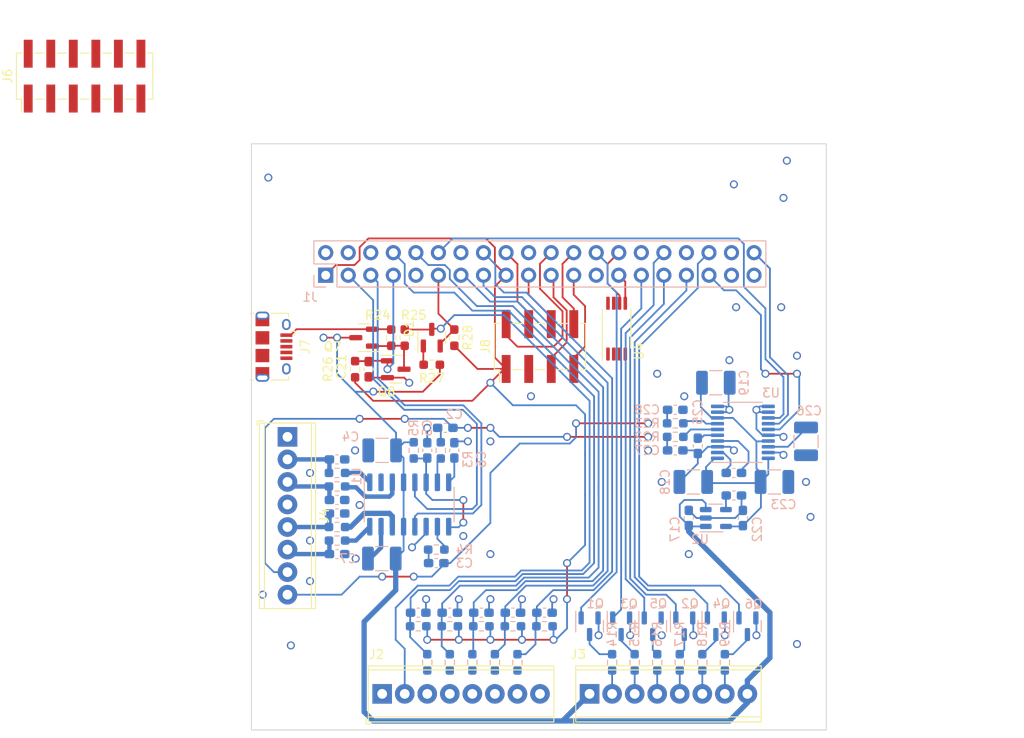
<source format=kicad_pcb>
(kicad_pcb (version 20211014) (generator pcbnew)
  (title_block (date "15 nov 2012"))
  (layers (0 "F.Cu" signal) (31 "B.Cu" signal) (34 "B.Paste" user) (35 "F.Paste" user) (36 "B.SilkS" user "B.Silkscreen") (37 "F.SilkS" user "F.Silkscreen") (38 "B.Mask" user) (39 "F.Mask" user) (44 "Edge.Cuts" user))
  (net 0 "")
  (net 1 "GND")
  (net 2 "/SPK_L+")
  (net 3 "/SPK_L-")
  (net 4 "/SPK_R-")
  (net 5 "/SPK_R+")
  (net 6 "/ID_SDA")
  (net 7 "/ID_SCL")
  (net 8 "/GPIO12")
  (net 9 "/GPIO13")
  (net 10 "/GPIO16")
  (net 11 "/GPIO22")
  (net 12 "/GPIO[26]")
  (net 13 "/GPIO[20]{slash}PCM.DIN")
  (net 14 "+5V")
  (net 15 "+3V3")
  (net 16 "/INL")
  (net 17 "/INL1")
  (net 18 "/INR")
  (net 19 "/INR1")
  (net 20 "/AVDD")
  (net 21 "Net-(C6-Pad1)")
  (net 22 "/LOUT+")
  (net 23 "/LOUT-")
  (net 24 "/ROUT-")
  (net 25 "/ROUT+")
  (net 26 "/Button_1")
  (net 27 "/Button_2")
  (net 28 "/Button_3")
  (net 29 "/Button_4")
  (net 30 "/Button_5")
  (net 31 "/Button_6")
  (net 32 "/LED_1")
  (net 35 "/Power_Cut")
  (net 38 "/Trigger")
  (net 40 "/RST")
  (net 41 "/IRQ")
  (net 42 "/MISO")
  (net 43 "/MOSI")
  (net 44 "/SCK")
  (net 45 "/SDA")
  (net 46 "/INL2")
  (net 47 "/INR2")
  (net 48 "+3.3VA")
  (net 49 "Net-(C20-Pad2)")
  (net 50 "Net-(C24-Pad1)")
  (net 51 "Net-(C24-Pad2)")
  (net 52 "Net-(C25-Pad1)")
  (net 53 "Net-(C26-Pad1)")
  (net 54 "/LED_2")
  (net 55 "/LED_3")
  (net 56 "/LED_4")
  (net 57 "/LED_5")
  (net 58 "/LED_6")
  (net 59 "/OUTL")
  (net 60 "/OUTR")
  (net 61 "/GPIO18")
  (net 62 "/GPIO21")
  (net 63 "/GPIO19")
  (net 64 "/GPIO23")
  (net 65 "/GPIO27")
  (net 66 "/GPIO2")
  (net 67 "/GPIO3")
  (net 68 "/GPIO5")
  (net 69 "/GPIO6")
  (net 70 "/GPIO14")
  (net 71 "/GPIO15")
  (net 72 "/GPIO7")
  (net 73 "Net-(Q1-Pad3)")
  (net 74 "Net-(Q2-Pad3)")
  (net 75 "Net-(Q3-Pad3)")
  (net 76 "Net-(Q4-Pad3)")
  (net 77 "Net-(Q5-Pad3)")
  (net 78 "Net-(Q6-Pad3)")
  (net 83 "/GPIO4_PowerOff")
  (net 87 "/GPIO17_Trigger")
  (net 88 "/VBUS")
  (net 89 "/Q7_G")
  (net 90 "Net-(R27-Pad1)")
  (footprint "Resistor_SMD:R_0603_1608Metric_Pad0.98x0.95mm_HandSolder" (layer "F.Cu") (at 111.684 59.36 -90)
    (fp_text reference "R26")
    (fp_text value "1k")
  )
  (footprint "MountingHole:MountingHole_2.7mm_M2.5" (layer "F.Cu") (at 161.5 47.5)
    (fp_text reference "MH2" hide)
    (fp_text value "MountingHole_2.7mm_M2.5" hide)
  )
  (footprint "Package_SO:TSSOP-8_4.4x3mm_P0.65mm" (layer "F.Cu") (at 141.148 54.788 90)
    (fp_text reference "U4")
    (fp_text value "CAT24C128")
  )
  (footprint "Connector_PinHeader_2.54mm:PinHeader_2x06_P2.54mm_Vertical_SMD" (layer "F.Cu") (at 81.204 26.34 90)
    (fp_text reference "J6")
    (fp_text value "Conn_02x06_Odd_Even")
  )
  (footprint "Resistor_SMD:R_0603_1608Metric_Pad0.98x0.95mm_HandSolder" (layer "F.Cu") (at 117.272 55.804 -90)
    (fp_text reference "R25")
    (fp_text value "10k")
  )
  (footprint "Package_TO_SOT_SMD:SOT-23" (layer "F.Cu") (at 116.256 59.36)
    (fp_text reference "Q8")
    (fp_text value "2N7002")
  )
  (footprint "Resistor_SMD:R_0603_1608Metric_Pad0.98x0.95mm_HandSolder" (layer "F.Cu") (at 120.32 58.852)
    (fp_text reference "R27")
    (fp_text value "1k")
  )
  (footprint "MountingHole:MountingHole_2.7mm_M2.5" (layer "F.Cu") (at 103.5 96.5)
    (fp_text reference "MH3" hide)
    (fp_text value "MountingHole_2.7mm_M2.5" hide)
  )
  (footprint "Capacitor_SMD:C_0603_1608Metric_Pad1.08x0.95mm_HandSolder" (layer "F.Cu") (at 113.208 59.36 -90)
    (fp_text reference "C21")
    (fp_text value "4u7")
  )
  (footprint "MountingHole:MountingHole_2.7mm_M2.5" (layer "F.Cu") (at 103.5 47.5)
    (fp_text reference "MH1" hide)
    (fp_text value "MountingHole_2.7mm_M2.5" hide)
  )
  (footprint "Resistor_SMD:R_0603_1608Metric_Pad0.98x0.95mm_HandSolder" (layer "F.Cu") (at 122.86 55.804 -90)
    (fp_text reference "R28")
    (fp_text value "1k")
  )
  (footprint "TerminalBlock_Phoenix:TerminalBlock_Phoenix_MPT-0,5-8-2.54_1x08_P2.54mm_Horizontal" (layer "F.Cu") (at 104.064 66.98 -90)
    (fp_text reference "J4")
    (fp_text value "Screw_Terminal_01x08")
  )
  (footprint "Connector_USB:USB_Micro-B_Amphenol_10118194_Horizontal" (layer "F.Cu") (at 102.54 56.82 -90)
    (fp_text reference "J7")
    (fp_text value "USB_B_Micro")
  )
  (footprint "MountingHole:MountingHole_2.7mm_M2.5" (layer "F.Cu") (at 161.5 96.5)
    (fp_text reference "MH4" hide)
    (fp_text value "MountingHole_2.7mm_M2.5" hide)
  )
  (footprint "Package_TO_SOT_SMD:SOT-23" (layer "F.Cu") (at 120.32 55.804 90)
    (fp_text reference "D1")
    (fp_text value "BAT54C")
  )
  (footprint "Resistor_SMD:R_0603_1608Metric_Pad0.98x0.95mm_HandSolder" (layer "F.Cu") (at 115.748 55.804 90)
    (fp_text reference "R24")
    (fp_text value "100k")
  )
  (footprint "Package_TO_SOT_SMD:SOT-23" (layer "F.Cu") (at 112.7 55.804 180)
    (fp_text reference "Q7")
    (fp_text value "AO3401A")
  )
  (footprint "Connector_PinHeader_2.54mm:PinHeader_2x04_P2.54mm_Vertical_SMD" (layer "F.Cu") (at 132.512 56.805 90)
    (fp_text reference "J8")
    (fp_text value "Conn_02x04_Odd_Even")
  )
  (footprint "TerminalBlock_Phoenix:TerminalBlock_Phoenix_MPT-0,5-8-2.54_1x08_P2.54mm_Horizontal" (layer "F.Cu") (at 114.732 95.936)
    (fp_text reference "J2")
    (fp_text value "Screw_Terminal_01x08")
  )
  (footprint "TerminalBlock_Phoenix:TerminalBlock_Phoenix_MPT-0,5-8-2.54_1x08_P2.54mm_Horizontal" (layer "F.Cu") (at 138.1 95.936)
    (fp_text reference "J3")
    (fp_text value "Screw_Terminal_01x08")
  )
  (footprint "Connector_PinSocket_2.54mm:PinSocket_2x20_P2.54mm_Vertical" (layer "B.Cu") (at 108.37 48.77 -90)
    (fp_text reference "J1")
    (fp_text value "GPIO")
  )
  (footprint "Capacitor_SMD:C_0603_1608Metric_Pad1.08x0.95mm_HandSolder" (layer "B.Cu") (at 122.86 68.504 90)
    (fp_text reference "C6")
    (fp_text value "1u")
  )
  (footprint "Capacitor_SMD:C_0603_1608Metric_Pad1.08x0.95mm_HandSolder" (layer "B.Cu") (at 147.752 68.504 180)
    (fp_text reference "C27")
    (fp_text value "2n2")
  )
  (footprint "Resistor_SMD:R_0603_1608Metric_Pad0.98x0.95mm_HandSolder" (layer "B.Cu") (at 129.972 92.38 -90)
    (fp_text reference "R21" hide)
    (fp_text value "100")
  )
  (footprint "Package_TO_SOT_SMD:SOT-23" (layer "B.Cu") (at 141.656 88.316 -90)
    (fp_text reference "Q3")
    (fp_text value "2N7002")
  )
  (footprint "Capacitor_SMD:C_0603_1608Metric_Pad1.08x0.95mm_HandSolder" (layer "B.Cu") (at 109.652 75.616)
    (fp_text reference "C12" hide)
    (fp_text value "220p")
  )
  (footprint "Capacitor_SMD:C_0603_1608Metric_Pad1.08x0.95mm_HandSolder" (layer "B.Cu") (at 119.812 68.504 -90)
    (fp_text reference "C5")
    (fp_text value "1u")
  )
  (footprint "Resistor_SMD:R_0603_1608Metric_Pad0.98x0.95mm_HandSolder" (layer "B.Cu") (at 109.652 78.664 180)
    (fp_text reference "FB4" hide)
    (fp_text value "FerriteBead_Small" hide)
  )
  (footprint "Capacitor_SMD:C_1210_3225Metric_Pad1.33x2.70mm_HandSolder" (layer "B.Cu") (at 152.324 60.884)
    (fp_text reference "C19")
    (fp_text value "10u")
  )
  (footprint "Package_TO_SOT_SMD:SOT-23" (layer "B.Cu") (at 155.88 88.316 -90)
    (fp_text reference "Q6")
    (fp_text value "2N7002")
  )
  (footprint "Resistor_SMD:R_0603_1608Metric_Pad0.98x0.95mm_HandSolder" (layer "B.Cu") (at 153.34 92.38 -90)
    (fp_text reference "R19")
    (fp_text value "100")
  )
  (footprint "Resistor_SMD:R_0603_1608Metric_Pad0.98x0.95mm_HandSolder" (layer "B.Cu") (at 129.464 88.316)
    (fp_text reference "R12" hide)
    (fp_text value "10k")
  )
  (footprint "Resistor_SMD:R_0603_1608Metric_Pad0.98x0.95mm_HandSolder" (layer "B.Cu") (at 109.652 72.568 180)
    (fp_text reference "FB2" hide)
    (fp_text value "FerriteBead_Small" hide)
  )
  (footprint "Resistor_SMD:R_0603_1608Metric_Pad0.98x0.95mm_HandSolder" (layer "B.Cu") (at 145.72 92.38 -90)
    (fp_text reference "R16")
    (fp_text value "100")
  )
  (footprint "Resistor_SMD:R_0603_1608Metric_Pad0.98x0.95mm_HandSolder" (layer "B.Cu") (at 133.02 88.316)
    (fp_text reference "R20" hide)
    (fp_text value "10k")
  )
  (footprint "Package_SO:TSSOP-20_4.4x6.5mm_P0.65mm" (layer "B.Cu") (at 155.372 66.472)
    (fp_text reference "U3")
    (fp_text value "PCM5102")
  )
  (footprint "Capacitor_SMD:C_0603_1608Metric_Pad1.08x0.95mm_HandSolder" (layer "B.Cu") (at 149.276 76.124 -90)
    (fp_text reference "C17")
    (fp_text value "100n")
  )
  (footprint "Package_TO_SOT_SMD:SOT-23" (layer "B.Cu") (at 148.768 88.316 -90)
    (fp_text reference "Q2")
    (fp_text value "2N7002")
  )
  (footprint "Package_TO_SOT_SMD:SOT-23" (layer "B.Cu") (at 145.212 88.316 -90)
    (fp_text reference "Q5")
    (fp_text value "2N7002")
  )
  (footprint "Capacitor_SMD:C_1210_3225Metric_Pad1.33x2.70mm_HandSolder" (layer "B.Cu") (at 158.928 72.06)
    (fp_text reference "C23")
    (fp_text value "10u")
  )
  (footprint "Package_SO:SOP-16_3.9x9.9mm_P1.27mm" (layer "B.Cu") (at 117.78 74.6 -90)
    (fp_text reference "U1")
    (fp_text value "PAM8406")
  )
  (footprint "Capacitor_SMD:C_1210_3225Metric_Pad1.33x2.70mm_HandSolder" (layer "B.Cu") (at 149.784 72.06 180)
    (fp_text reference "C18")
    (fp_text value "10u")
  )
  (footprint "Resistor_SMD:R_0603_1608Metric_Pad0.98x0.95mm_HandSolder" (layer "B.Cu") (at 118.796 88.316)
    (fp_text reference "R6" hide)
    (fp_text value "10k")
  )
  (footprint "Capacitor_SMD:C_0603_1608Metric_Pad1.08x0.95mm_HandSolder" (layer "B.Cu") (at 125.908 86.792)
    (fp_text reference "C14" hide)
    (fp_text value "1n")
  )
  (footprint "Package_TO_SOT_SMD:SOT-23-5" (layer "B.Cu") (at 152.324 76.124)
    (fp_text reference "U2")
    (fp_text value "TPS79333-EP")
  )
  (footprint "Capacitor_SMD:C_0603_1608Metric_Pad1.08x0.95mm_HandSolder" (layer "B.Cu") (at 122.352 86.792)
    (fp_text reference "C9" hide)
    (fp_text value "1n")
  )
  (footprint "Capacitor_SMD:C_0603_1608Metric_Pad1.08x0.95mm_HandSolder" (layer "B.Cu") (at 155.372 76.124 -90)
    (fp_text reference "C22")
    (fp_text value "100n")
  )
  (footprint "Resistor_SMD:R_0603_1608Metric_Pad0.98x0.95mm_HandSolder" (layer "B.Cu") (at 109.652 71.044 180)
    (fp_text reference "FB1" hide)
    (fp_text value "FerriteBead_Small" hide)
  )
  (footprint "Capacitor_SMD:C_0603_1608Metric_Pad1.08x0.95mm_HandSolder" (layer "B.Cu") (at 150.292 67.996 -90)
    (fp_text reference "C25")
    (fp_text value "2u2")
  )
  (footprint "Resistor_SMD:R_0603_1608Metric_Pad0.98x0.95mm_HandSolder" (layer "B.Cu") (at 124.892 92.38 -90)
    (fp_text reference "R11" hide)
    (fp_text value "100")
  )
  (footprint "Capacitor_SMD:C_0603_1608Metric_Pad1.08x0.95mm_HandSolder" (layer "B.Cu") (at 154.356 73.584 180)
    (fp_text reference "C20" hide)
    (fp_text value "100n")
  )
  (footprint "Resistor_SMD:R_0603_1608Metric_Pad0.98x0.95mm_HandSolder" (layer "B.Cu") (at 140.64 92.38 -90)
    (fp_text reference "R14")
    (fp_text value "100")
  )
  (footprint "Capacitor_SMD:C_1210_3225Metric_Pad1.33x2.70mm_HandSolder" (layer "B.Cu") (at 114.732 68.504 180)
    (fp_text reference "C4")
    (fp_text value "10u")
  )
  (footprint "Resistor_SMD:R_0603_1608Metric_Pad0.98x0.95mm_HandSolder" (layer "B.Cu") (at 147.752 66.98 180)
    (fp_text reference "R22")
    (fp_text value "470")
  )
  (footprint "Capacitor_SMD:C_0603_1608Metric_Pad1.08x0.95mm_HandSolder" (layer "B.Cu") (at 121.844 65.964 180)
    (fp_text reference "C2")
    (fp_text value "1u")
  )
  (footprint "Capacitor_SMD:C_0603_1608Metric_Pad1.08x0.95mm_HandSolder" (layer "B.Cu") (at 129.464 86.792)
    (fp_text reference "C15" hide)
    (fp_text value "1n")
  )
  (footprint "Resistor_SMD:R_0603_1608Metric_Pad0.98x0.95mm_HandSolder" (layer "B.Cu") (at 122.352 92.38 -90)
    (fp_text reference "R9" hide)
    (fp_text value "100")
  )
  (footprint "Resistor_SMD:R_0603_1608Metric_Pad0.98x0.95mm_HandSolder" (layer "B.Cu") (at 143.18 92.38 -90)
    (fp_text reference "R15")
    (fp_text value "100")
  )
  (footprint "Resistor_SMD:R_0603_1608Metric_Pad0.98x0.95mm_HandSolder" (layer "B.Cu") (at 125.908 88.316)
    (fp_text reference "R10" hide)
    (fp_text value "10k")
  )
  (footprint "Capacitor_SMD:C_0603_1608Metric_Pad1.08x0.95mm_HandSolder" (layer "B.Cu") (at 109.652 74.092)
    (fp_text reference "C11" hide)
    (fp_text value "220p")
  )
  (footprint "Resistor_SMD:R_0603_1608Metric_Pad0.98x0.95mm_HandSolder" (layer "B.Cu") (at 121.336 68.504 -90)
    (fp_text reference "R3")
    (fp_text value "10k")
  )
  (footprint "Capacitor_SMD:C_0603_1608Metric_Pad1.08x0.95mm_HandSolder" (layer "B.Cu") (at 109.652 69.52)
    (fp_text reference "C10" hide)
    (fp_text value "220p")
  )
  (footprint "Package_TO_SOT_SMD:SOT-23" (layer "B.Cu") (at 138.1 88.316 -90)
    (fp_text reference "Q1")
    (fp_text value "2N7002")
  )
  (footprint "Resistor_SMD:R_0603_1608Metric_Pad0.98x0.95mm_HandSolder" (layer "B.Cu") (at 150.8 92.38 -90)
    (fp_text reference "R18")
    (fp_text value "100")
  )
  (footprint "Resistor_SMD:R_0603_1608Metric_Pad0.98x0.95mm_HandSolder" (layer "B.Cu") (at 119.812 92.38 -90)
    (fp_text reference "R7" hide)
    (fp_text value "100")
  )
  (footprint "Resistor_SMD:R_0603_1608Metric_Pad0.98x0.95mm_HandSolder" (layer "B.Cu") (at 148.26 92.38 -90)
    (fp_text reference "R17")
    (fp_text value "100")
  )
  (footprint "Capacitor_SMD:C_0603_1608Metric_Pad1.08x0.95mm_HandSolder" (layer "B.Cu") (at 118.796 86.792)
    (fp_text reference "C8" hide)
    (fp_text value "1n")
  )
  (footprint "Capacitor_SMD:C_0603_1608Metric_Pad1.08x0.95mm_HandSolder" (layer "B.Cu") (at 133.02 86.792)
    (fp_text reference "C16" hide)
    (fp_text value "1n")
  )
  (footprint "Package_TO_SOT_SMD:SOT-23" (layer "B.Cu") (at 152.324 88.316 -90)
    (fp_text reference "Q4")
    (fp_text value "2N7002")
  )
  (footprint "Capacitor_SMD:C_0603_1608Metric_Pad1.08x0.95mm_HandSolder" (layer "B.Cu") (at 120.828 81.204 180)
    (fp_text reference "C3")
    (fp_text value "1u")
  )
  (footprint "Resistor_SMD:R_0603_1608Metric_Pad0.98x0.95mm_HandSolder" (layer "B.Cu") (at 122.352 88.316)
    (fp_text reference "R8" hide)
    (fp_text value "10k")
  )
  (footprint "Capacitor_SMD:C_0603_1608Metric_Pad1.08x0.95mm_HandSolder" (layer "B.Cu") (at 154.356 71.044)
    (fp_text reference "C24" hide)
    (fp_text value "2u2")
  )
  (footprint "Capacitor_SMD:C_1210_3225Metric_Pad1.33x2.70mm_HandSolder" (layer "B.Cu") (at 114.6935 80.696 180)
    (fp_text reference "C7")
    (fp_text value "10u")
  )
  (footprint "Capacitor_SMD:C_0603_1608Metric_Pad1.08x0.95mm_HandSolder" (layer "B.Cu") (at 109.652 80.188)
    (fp_text reference "C13" hide)
    (fp_text value "220p")
  )
  (footprint "Resistor_SMD:R_0603_1608Metric_Pad0.98x0.95mm_HandSolder" (layer "B.Cu") (at 127.432 92.38 -90)
    (fp_text reference "R13" hide)
    (fp_text value "100")
  )
  (footprint "Resistor_SMD:R_0603_1608Metric_Pad0.98x0.95mm_HandSolder" (layer "B.Cu") (at 118.288 68.504 90)
    (fp_text reference "R5")
    (fp_text value "10")
  )
  (footprint "Capacitor_SMD:C_1210_3225Metric_Pad1.33x2.70mm_HandSolder" (layer "B.Cu") (at 162.484 67.488 -90)
    (fp_text reference "C26")
    (fp_text value "10u")
  )
  (footprint "Resistor_SMD:R_0603_1608Metric_Pad0.98x0.95mm_HandSolder" (layer "B.Cu") (at 147.752 65.456 180)
    (fp_text reference "R23")
    (fp_text value "470")
  )
  (footprint "Capacitor_SMD:C_0603_1608Metric_Pad1.08x0.95mm_HandSolder" (layer "B.Cu") (at 147.752 63.932)
    (fp_text reference "C28")
    (fp_text value "2n2")
  )
  (footprint "Resistor_SMD:R_0603_1608Metric_Pad0.98x0.95mm_HandSolder" (layer "B.Cu") (at 109.652 77.14 180)
    (fp_text reference "FB3" hide)
    (fp_text value "FerriteBead_Small" hide)
  )
  (footprint "Resistor_SMD:R_0603_1608Metric_Pad0.98x0.95mm_HandSolder" (layer "B.Cu") (at 120.828 79.68)
    (fp_text reference "R4")
    (fp_text value "10k")
  )
  (gr_line (start 164.77 33.96) (end 100 33.96) (layer "Edge.Cuts") (width 0.1))
  (gr_line (start 164.77 100) (end 164.77 33.96) (layer "Edge.Cuts") (width 0.1))
  (gr_line (start 100 33.96) (end 100 100) (layer "Edge.Cuts") (width 0.1))
  (gr_line (start 100 100) (end 164.77 100) (layer "Edge.Cuts") (width 0.1))
  (segment (start 117.206 60.31) (end 117.78 60.884) (width 0.2) (layer "F.Cu") (net 1))
  (segment (start 115.3185 60.31) (end 117.206 60.31) (width 0.2) (layer "F.Cu") (net 1))
  (segment (start 115.3185 60.31) (end 113.2955 60.31) (width 0.2) (layer "F.Cu") (net 1))
  (segment (start 113.2955 60.31) (end 113.208 60.2225) (width 0.2) (layer "F.Cu") (net 1))
  (via (at 153.848 58.344) (size 0.9) (drill 0.6) (layers "F.Cu" "B.Cu") (net 1))
  (via (at 111.7475 80.696) (size 0.9) (drill 0.6) (layers "F.Cu" "B.Cu") (net 1))
  (via (at 101.905 37.77) (size 0.9) (drill 0.6) (layers "F.Cu" "B.Cu") (net 1))
  (via (at 118.0975 79.426) (size 0.9) (drill 0.6) (layers "F.Cu" "B.Cu") (net 1))
  (via (at 146.228 72.06) (size 0.9) (drill 0.6) (layers "F.Cu" "B.Cu") (net 1))
  (via (at 153.34 89.332) (size 0.9) (drill 0.6) (layers "F.Cu" "B.Cu") (net 1))
  (via (at 126.924 85.268) (size 0.9) (drill 0.6) (layers "F.Cu" "B.Cu") (net 1))
  (via (at 156.896 89.332) (size 0.9) (drill 0.6) (layers "F.Cu" "B.Cu") (net 1))
  (via (at 126.924 80.188) (size 0.9) (drill 0.6) (layers "F.Cu" "B.Cu") (net 1))
  (via (at 112.192 74.657529) (size 0.9) (drill 0.6) (layers "F.Cu" "B.Cu") (net 1))
  (via (at 142.672 89.332) (size 0.9) (drill 0.6) (layers "F.Cu" "B.Cu") (net 1))
  (via (at 126.924 67.488) (size 0.9) (drill 0.6) (layers "F.Cu" "B.Cu") (net 1))
  (via (at 106.604 83.236) (size 0.9) (drill 0.6) (layers "F.Cu" "B.Cu") (net 1))
  (via (at 153.848 63.932) (size 0.9) (drill 0.6) (layers "F.Cu" "B.Cu") (net 1))
  (via (at 117.78 60.884) (size 0.9) (drill 0.6) (layers "F.Cu" "B.Cu") (net 1))
  (via (at 130.48 85.268) (size 0.9) (drill 0.6) (layers "F.Cu" "B.Cu") (net 1))
  (via (at 119.812 65.964) (size 0.9) (drill 0.6) (layers "F.Cu" "B.Cu") (net 1))
  (via (at 139.116 89.332) (size 0.9) (drill 0.6) (layers "F.Cu" "B.Cu") (net 1))
  (via (at 159.69 52.375) (size 0.9) (drill 0.6) (layers "F.Cu" "B.Cu") (net 1))
  (via (at 106.604 78.664) (size 0.9) (drill 0.6) (layers "F.Cu" "B.Cu") (net 1))
  (via (at 156.896 63.932) (size 0.9) (drill 0.6) (layers "F.Cu" "B.Cu") (net 1))
  (via (at 154.356 68.504) (size 0.9) (drill 0.6) (layers "F.Cu" "B.Cu") (net 1))
  (via (at 148.768 62.408) (size 0.9) (drill 0.6) (layers "F.Cu" "B.Cu") (net 1))
  (via (at 131.496 62.408) (size 0.9) (drill 0.6) (layers "F.Cu" "B.Cu") (net 1))
  (via (at 161.468 57.836) (size 0.9) (drill 0.6) (layers "F.Cu" "B.Cu") (net 1))
  (via (at 134.036 85.268) (size 0.9) (drill 0.6) (layers "F.Cu" "B.Cu") (net 1))
  (via (at 123.368 85.268) (size 0.9) (drill 0.6) (layers "F.Cu" "B.Cu") (net 1))
  (via (at 104.445 90.475) (size 0.9) (drill 0.6) (layers "F.Cu" "B.Cu") (net 1))
  (via (at 111.684 68.504) (size 0.9) (drill 0.6) (layers "F.Cu" "B.Cu") (net 1))
  (via (at 146.228 89.332) (size 0.9) (drill 0.6) (layers "F.Cu" "B.Cu") (net 1))
  (via (at 154.356 38.532) (size 0.9) (drill 0.6) (layers "F.Cu" "B.Cu") (net 1))
  (via (at 159.944 69.012) (size 0.9) (drill 0.6) (layers "F.Cu" "B.Cu") (net 1))
  (via (at 106.604 71.044) (size 0.9) (drill 0.6) (layers "F.Cu" "B.Cu") (net 1))
  (via (at 159.944 66.98) (size 0.9) (drill 0.6) (layers "F.Cu" "B.Cu") (net 1))
  (via (at 160.325 35.865) (size 0.9) (drill 0.6) (layers "F.Cu" "B.Cu") (net 1))
  (via (at 123.876 78.156) (size 0.9) (drill 0.6) (layers "F.Cu" "B.Cu") (net 1))
  (via (at 101.27 84.76) (size 0.9) (drill 0.6) (layers "F.Cu" "B.Cu") (net 1))
  (via (at 149.276 80.188) (size 0.9) (drill 0.6) (layers "F.Cu" "B.Cu") (net 1))
  (via (at 145.72 59.868) (size 0.9) (drill 0.6) (layers "F.Cu" "B.Cu") (net 1))
  (via (at 119.685 85.268) (size 0.9) (drill 0.6) (layers "F.Cu" "B.Cu") (net 1))
  (via (at 162.992 75.997) (size 0.9) (drill 0.6) (layers "F.Cu" "B.Cu") (net 1))
  (via (at 124.384 67.488) (size 0.9) (drill 0.6) (layers "F.Cu" "B.Cu") (net 1))
  (via (at 149.784 89.332) (size 0.9) (drill 0.6) (layers "F.Cu" "B.Cu") (net 1))
  (via (at 154.61 52.375) (size 0.9) (drill 0.6) (layers "F.Cu" "B.Cu") (net 1))
  (via (at 161.468 90.3245) (size 0.9) (drill 0.6) (layers "F.Cu" "B.Cu") (net 1))
  (via (at 159.944 40.056) (size 0.9) (drill 0.6) (layers "F.Cu" "B.Cu") (net 1))
  (via (at 162.484 72.06) (size 0.9) (drill 0.6) (layers "F.Cu" "B.Cu") (net 1))
  (segment (start 150.0645 69.012) (end 150.292 69.2395) (width 0.2) (layer "B.Cu") (net 1))
  (segment (start 130.3265 86.792) (end 130.3265 85.4215) (width 0.2) (layer "B.Cu") (net 1))
  (segment (start 133.8825 86.792) (end 133.8825 85.4215) (width 0.2) (layer "B.Cu") (net 1))
  (segment (start 151.1865 76.124) (end 150.1385 76.124) (width 0.2) (layer "B.Cu") (net 1))
  (segment (start 154.5095 76.124) (end 155.372 75.2615) (width 0.2) (layer "B.Cu") (net 1))
  (segment (start 157.581315 66.797) (end 158.2345 66.797) (width 0.2) (layer "B.Cu") (net 1))
  (segment (start 153.848 63.932) (end 153.7595 63.8435) (width 0.2) (layer "B.Cu") (net 1))
  (segment (start 142.672 87.4445) (end 142.606 87.3785) (width 0.2) (layer "B.Cu") (net 1))
  (segment (start 149.9375 68.504) (end 150.292 68.8585) (width 0.2) (layer "B.Cu") (net 1))
  (segment (start 153.583 64.197) (end 152.5095 64.197) (width 0.2) (layer "B.Cu") (net 1))
  (segment (start 153.848 63.932) (end 153.583 64.197) (width 0.2) (layer "B.Cu") (net 1))
  (segment (start 153.848 63.932) (end 153.463 63.547) (width 0.2) (layer "B.Cu") (net 1))
  (segment (start 149.784 87.4445) (end 149.718 87.3785) (width 0.2) (layer "B.Cu") (net 1))
  (segment (start 159.944 66.98) (end 159.761 66.797) (width 0.2) (layer "B.Cu") (net 1))
  (segment (start 156.896 63.932) (end 156.896 66.111685) (width 0.2) (layer "B.Cu") (net 1))
  (segment (start 153.463 63.547) (end 152.5095 63.547) (width 0.2) (layer "B.Cu") (net 1))
  (segment (start 151.4345 68.097) (end 150.292 69.2395) (width 0.2) (layer "B.Cu") (net 1))
  (segment (start 123.2145 85.4215) (end 123.368 85.268) (width 0.2) (layer "B.Cu") (net 1))
  (segment (start 126.7705 86.792) (end 126.7705 85.4215) (width 0.2) (layer "B.Cu") (net 1))
  (segment (start 152.5095 68.097) (end 151.4345 68.097) (width 0.2) (layer "B.Cu") (net 1))
  (segment (start 123.2145 86.792) (end 123.2145 85.4215) (width 0.2) (layer "B.Cu") (net 1))
  (segment (start 153.7595 63.8435) (end 153.7595 60.757) (width 0.2) (layer "B.Cu") (net 1))
  (segment (start 119.6585 85.2945) (end 119.685 85.268) (width 0.2) (layer "B.Cu") (net 1))
  (segment (start 155.2185 73.584) (end 155.2185 75.108) (width 0.2) (layer "B.Cu") (net 1))
  (segment (start 123.0135 67.488) (end 122.86 67.6415) (width 0.2) (layer "B.Cu") (net 1))
  (segment (start 156.896 89.332) (end 156.896 87.4445) (width 0.2) (layer "B.Cu") (net 1))
  (segment (start 159.761 66.797) (end 158.2345 66.797) (width 0.2) (layer "B.Cu") (net 1))
  (segment (start 149.784 89.332) (end 149.784 87.4445) (width 0.2) (layer "B.Cu") (net 1))
  (segment (start 150.292 69.2395) (end 150.292 69.9895) (width 0.2) (layer "B.Cu") (net 1))
  (segment (start 119.685 77.8385) (end 118.0975 79.426) (width 0.2) (layer "B.Cu") (net 1))
  (segment (start 139.116 87.4445) (end 139.05 87.3785) (width 0.2) (layer "B.Cu") (net 1))
  (segment (start 133.8825 85.4215) (end 134.036 85.268) (width 0.2) (layer "B.Cu") (net 1))
  (segment (start 124.384 67.488) (end 123.0135 67.488) (width 0.2) (layer "B.Cu") (net 1))
  (segment (start 153.34 89.332) (end 153.34 87.4445) (width 0.2) (layer "B.Cu") (net 1))
  (segment (start 155.2185 75.108) (end 155.372 75.2615) (width 0.2) (layer "B.Cu") (net 1))
  (segment (start 159.944 69.012) (end 159.679 68.747) (width 0.2) (layer "B.Cu") (net 1))
  (segment (start 157.161 64.197) (end 158.2345 64.197) (width 0.2) (layer "B.Cu") (net 1))
  (segment (start 153.949 68.097) (end 152.5095 68.097) (width 0.2) (layer "B.Cu") (net 1))
  (segment (start 148.6145 68.504) (end 149.9375 68.504) (width 0.2) (layer "B.Cu") (net 1))
  (segment (start 130.3265 85.4215) (end 130.48 85.268) (width 0.2) (layer "B.Cu") (net 1))
  (segment (start 156.896 66.111685) (end 157.581315 66.797) (width 0.2) (layer "B.Cu") (net 1))
  (segment (start 119.685 77.1635) (end 119.685 77.8385) (width 0.2) (layer "B.Cu") (net 1))
  (segment (start 154.356 68.504) (end 153.949 68.097) (width 0.2) (layer "B.Cu") (net 1))
  (segment (start 114.605 77.1635) (end 114.605 79.451) (width 0.5) (layer "B.Cu") (net 1))
  (segment (start 153.34 87.4445) (end 153.274 87.3785) (width 0.2) (layer "B.Cu") (net 1))
  (segment (start 114.605 79.451) (end 113.36 80.696) (width 0.5) (layer "B.Cu") (net 1))
  (segment (start 159.679 68.747) (end 158.2345 68.747) (width 0.2) (layer "B.Cu") (net 1))
  (segment (start 156.896 87.4445) (end 156.83 87.3785) (width 0.2) (layer "B.Cu") (net 1))
  (segment (start 150.1385 76.124) (end 149.276 75.2615) (width 0.2) (layer "B.Cu") (net 1))
  (segment (start 139.116 89.332) (end 139.116 87.4445) (width 0.2) (layer "B.Cu") (net 1))
  (segment (start 142.672 89.332) (end 142.672 87.4445) (width 0.2) (layer "B.Cu") (net 1))
  (segment (start 126.7705 85.4215) (end 126.924 85.268) (width 0.2) (layer "B.Cu") (net 1))
  (segment (start 104.572 74.092) (end 104.064 73.584) (width 0.2) (layer "B.Cu") (net 1))
  (segment (start 157.281 63.547) (end 158.2345 63.547) (width 0.2) (layer "B.Cu") (net 1))
  (segment (start 119.812 67.6415) (end 119.812 65.964) (width 0.2) (layer "B.Cu") (net 1))
  (segment (start 156.896 63.932) (end 157.281 63.547) (width 0.2) (layer "B.Cu") (net 1))
  (segment (start 156.896 63.932) (end 157.161 64.197) (width 0.2) (layer "B.Cu") (net 1))
  (segment (start 150.292 69.9895) (end 148.0945 72.187) (width 0.2) (layer "B.Cu") (net 1))
  (segment (start 151.1865 76.124) (end 154.5095 76.124) (width 0.2) (layer "B.Cu") (net 1))
  (segment (start 119.6585 86.792) (end 119.6585 85.2945) (width 0.2) (layer "B.Cu") (net 1))
  (segment (start 108.7895 69.52) (end 104.064 69.52) (width 0.5) (layer "B.Cu") (net 2))
  (segment (start 108.7895 69.52) (end 108.7895 70.994) (width 0.5) (layer "B.Cu") (net 2))
  (segment (start 108.7895 70.994) (end 108.7395 71.044) (width 0.5) (layer "B.Cu") (net 2))
  (segment (start 108.7895 74.092) (end 108.7895 72.618) (width 0.5) (layer "B.Cu") (net 3))
  (segment (start 108.7395 72.568) (end 104.572 72.568) (width 0.5) (layer "B.Cu") (net 3))
  (segment (start 104.572 72.568) (end 104.064 72.06) (width 0.5) (layer "B.Cu") (net 3))
  (segment (start 108.7895 77.09) (end 108.7395 77.14) (width 0.5) (layer "B.Cu") (net 4))
  (segment (start 108.7395 77.14) (end 104.064 77.14) (width 0.5) (layer "B.Cu") (net 4))
  (segment (start 108.7895 75.616) (end 108.7895 77.09) (width 0.5) (layer "B.Cu") (net 4))
  (segment (start 104.572 80.188) (end 108.7895 80.188) (width 0.5) (layer "B.Cu") (net 5))
  (segment (start 108.7895 78.714) (end 108.7395 78.664) (width 0.5) (layer "B.Cu") (net 5))
  (segment (start 104.064 79.68) (end 104.572 80.188) (width 0.5) (layer "B.Cu") (net 5))
  (segment (start 108.7895 80.188) (end 108.7895 78.714) (width 0.5) (layer "B.Cu") (net 5))
  (segment (start 142.123 51.9255) (end 142.123 49.503) (width 0.2) (layer "F.Cu") (net 6))
  (segment (start 142.123 49.503) (end 141.39 48.77) (width 0.2) (layer "F.Cu") (net 6))
  (segment (start 141.473 51.049) (end 140.132 49.708) (width 0.2) (layer "F.Cu") (net 7))
  (segment (start 141.473 51.9255) (end 141.473 51.049) (width 0.2) (layer "F.Cu") (net 7))
  (segment (start 140.132 47.488) (end 141.39 46.23) (width 0.2) (layer "F.Cu") (net 7))
  (segment (start 140.132 49.708) (end 140.132 47.488) (width 0.2) (layer "F.Cu") (net 7))
  (segment (start 142.164 83.010843) (end 142.164 55.296) (width 0.2) (layer "B.Cu") (net 8))
  (segment (start 144.262 87.3785) (end 144.262 85.108843) (width 0.2) (layer "B.Cu") (net 8))
  (segment (start 142.164 55.296) (end 145.32 52.14) (width 0.2) (layer "B.Cu") (net 8))
  (segment (start 144.262 85.108843) (end 142.164 83.010843) (width 0.2) (layer "B.Cu") (net 8))
  (segment (start 145.32 52.14) (end 145.32 47.38) (width 0.2) (layer "B.Cu") (net 8))
  (segment (start 145.32 47.38) (end 146.47 46.23) (width 0.2) (layer "B.Cu") (net 8))
  (segment (start 144.646314 84.252) (end 143.18 82.785686) (width 0.2) (layer "B.Cu") (net 9))
  (segment (start 149.01 50.482) (end 149.01 48.77) (width 0.2) (layer "B.Cu") (net 9))
  (segment (start 149.85 84.252) (end 144.646314 84.252) (width 0.2) (layer "B.Cu") (net 9))
  (segment (start 143.18 82.785686) (end 143.18 56.312) (width 0.2) (layer "B.Cu") (net 9))
  (segment (start 143.18 56.312) (end 149.01 50.482) (width 0.2) (layer "B.Cu") (net 9))
  (segment (start 151.374 85.776) (end 149.85 84.252) (width 0.2) (layer "B.Cu") (net 9))
  (segment (start 151.374 87.3785) (end 151.374 85.776) (width 0.2) (layer "B.Cu") (net 9))
  (segment (start 144.704 83.744) (end 143.688 82.728) (width 0.2) (layer "B.Cu") (net 10))
  (segment (start 150.292 50.216) (end 150.292 47.488) (width 0.2) (layer "B.Cu") (net 10))
  (segment (start 154.93 85.842) (end 152.832 83.744) (width 0.2) (layer "B.Cu") (net 10))
  (segment (start 152.832 83.744) (end 144.704 83.744) (width 0.2) (layer "B.Cu") (net 10))
  (segment (start 154.93 87.3785) (end 154.93 85.842) (width 0.2) (layer "B.Cu") (net 10))
  (segment (start 143.688 82.728) (end 143.688 56.82) (width 0.2) (layer "B.Cu") (net 10))
  (segment (start 150.292 47.488) (end 151.55 46.23) (width 0.2) (layer "B.Cu") (net 10))
  (segment (start 143.688 56.82) (end 150.292 50.216) (width 0.2) (layer "B.Cu") (net 10))
  (segment (start 127.432 51.232) (end 126.15 49.95) (width 0.2) (layer "B.Cu") (net 11))
  (segment (start 128.5515 88.316) (end 128.5515 90.348) (width 0.2) (layer "B.Cu") (net 11))
  (segment (start 140.132 60.884) (end 130.48 51.232) (width 0.2) (layer "B.Cu") (net 11))
  (segment (start 130.48 51.232) (end 127.432 51.232) (width 0.2) (layer "B.Cu") (net 11))
  (segment (start 128.5515 86.842) (end 128.6015 86.792) (width 0.2) (layer "B.Cu") (net 11))
  (segment (start 128.5515 88.316) (end 128.5515 86.842) (width 0.2) (layer "B.Cu") (net 11))
  (segment (start 138.492628 83.744) (end 140.132 82.104628) (width 0.2) (layer "B.Cu") (net 11))
  (segment (start 128.5515 90.348) (end 127.432 91.4675) (width 0.2) (layer "B.Cu") (net 11))
  (segment (start 128.6015 86.085839) (end 130.943339 83.744) (width 0.2) (layer "B.Cu") (net 11))
  (segment (start 130.943339 83.744) (end 138.492628 83.744) (width 0.2) (layer "B.Cu") (net 11))
  (segment (start 140.132 82.104628) (end 140.132 60.884) (width 0.2) (layer "B.Cu") (net 11))
  (segment (start 128.6015 86.792) (end 128.6015 86.085839) (width 0.2) (layer "B.Cu") (net 11))
  (segment (start 126.15 49.95) (end 126.15 48.77) (width 0.2) (layer "B.Cu") (net 11))
  (segment (start 119.304 61.9) (end 113.759954 61.9) (width 0.2) (layer "F.Cu") (net 14))
  (segment (start 109.652 55.804) (end 108.128 55.804) (width 0.2) (layer "F.Cu") (net 14))
  (segment (start 121.2325 58.852) (end 121.2325 59.9715) (width 0.2) (layer "F.Cu") (net 14))
  (segment (start 121.2325 59.9715) (end 119.304 61.9) (width 0.2) (layer "F.Cu") (net 14))
  (segment (start 113.759954 61.9) (end 113.737977 61.878023) (width 0.2) (layer "F.Cu") (net 14))
  (segment (start 111.7625 55.804) (end 109.652 55.804) (width 0.2) (layer "F.Cu") (net 14))
  (via (at 108.128 55.804) (size 0.9) (drill 0.6) (layers "F.Cu" "B.Cu") (net 14))
  (via (at 113.737977 61.878023) (size 0.9) (drill 0.6) (layers "F.Cu" "B.Cu") (net 14))
  (via (at 144.704 68.504) (size 0.9) (drill 0.6) (layers "F.Cu" "B.Cu") (net 14))
  (via (at 109.652 55.804) (size 0.9) (drill 0.6) (layers "F.Cu" "B.Cu") (net 14))
  (segment (start 118.288 67.5915) (end 117.207 67.5915) (width 0.2) (layer "B.Cu") (net 14))
  (segment (start 151.1865 77.074) (end 149.3635 77.074) (width 0.2) (layer "B.Cu") (net 14))
  (segment (start 151.1865 74.4785) (end 150.8 74.092) (width 0.2) (layer "B.Cu") (net 14))
  (segment (start 158.42 86.792) (end 149.276 77.648) (width 0.6) (layer "B.Cu") (net 14))
  (segment (start 111.684 61.9) (end 109.652 59.868) (width 0.2) (layer "B.Cu") (net 14))
  (segment (start 116.256 80.696) (end 116.256 84.252) (width 0.6) (layer "B.Cu") (net 14))
  (segment (start 151.1865 75.174) (end 151.1865 74.4785) (width 0.2) (layer "B.Cu") (net 14))
  (segment (start 148.768 74.092) (end 148.26 74.6) (width 0.2) (layer "B.Cu") (net 14))
  (segment (start 116.256 84.252) (end 112.7 87.808) (width 0.6) (layer "B.Cu") (net 14))
  (segment (start 117.145 77.1) (end 117.145 72.1) (width 0.2) (layer "B.Cu") (net 14))
  (segment (start 149.276 77.648) (end 149.276 76.9865) (width 0.6) (layer "B.Cu") (net 14))
  (segment (start 155.88 96.952) (end 155.88 95.936) (width 0.6) (layer "B.Cu") (net 14))
  (segment (start 148.26 75.9705) (end 149.276 76.9865) (width 0.2) (layer "B.Cu") (net 14))
  (segment (start 113.737977 61.878023) (end 113.716 61.9) (width 0.2) (layer "B.Cu") (net 14))
  (segment (start 148.26 74.6) (end 148.26 75.9705) (width 0.2) (layer "B.Cu") (net 14))
  (segment (start 116.2945 66.5105) (end 111.938 62.154) (width 0.2) (layer "B.Cu") (net 14))
  (segment (start 116.2945 68.504) (end 116.2945 66.5105) (width 0.2) (layer "B.Cu") (net 14))
  (segment (start 113.716 98.984) (end 135.052 98.984) (width 0.6) (layer "B.Cu") (net 14))
  (segment (start 117.145 69.3545) (end 116.2945 68.504) (width 0.2) (layer "B.Cu") (net 14))
  (segment (start 135.052 98.984) (end 138.1 95.936) (width 0.6) (layer "B.Cu") (net 14))
  (segment (start 158.42 91.872) (end 158.42 86.792) (width 0.6) (layer "B.Cu") (net 14))
  (segment (start 113.716 61.9) (end 111.684 61.9) (width 0.2) (layer "B.Cu") (net 14))
  (segment (start 112.7 87.808) (end 112.7 97.968) (width 0.6) (layer "B.Cu") (net 14))
  (segment (start 109.652 59.868) (end 109.652 55.804) (width 0.2) (layer "B.Cu") (net 14))
  (segment (start 155.88 95.936) (end 155.88 94.412) (width 0.6) (layer "B.Cu") (net 14))
  (segment (start 117.145 72.1) (end 117.145 69.3545) (width 0.2) (layer "B.Cu") (net 14))
  (segment (start 155.88 94.412) (end 158.42 91.872) (width 0.6) (layer "B.Cu") (net 14))
  (segment (start 135.052 98.984) (end 153.848 98.984) (width 0.6) (layer "B.Cu") (net 14))
  (segment (start 150.8 74.092) (end 148.768 74.092) (width 0.2) (layer "B.Cu") (net 14))
  (segment (start 111.938 62.154) (end 111.684 61.9) (width 0.2) (layer "B.Cu") (net 14))
  (segment (start 112.7 97.968) (end 113.716 98.984) (width 0.6) (layer "B.Cu") (net 14))
  (segment (start 117.207 67.5915) (end 116.2945 68.504) (width 0.2) (layer "B.Cu") (net 14))
  (segment (start 117.145 79.807) (end 116.256 80.696) (width 0.2) (layer "B.Cu") (net 14))
  (segment (start 117.145 77.1) (end 117.145 79.807) (width 0.2) (layer "B.Cu") (net 14))
  (segment (start 153.848 98.984) (end 155.88 96.952) (width 0.6) (layer "B.Cu") (net 14))
  (segment (start 149.3635 77.074) (end 149.276 76.9865) (width 0.2) (layer "B.Cu") (net 14))
  (segment (start 134.036 89.84) (end 130.48 89.84) (width 0.2) (layer "F.Cu") (net 15))
  (segment (start 109.52 47.62) (end 108.37 48.77) (width 0.2) (layer "F.Cu") (net 15))
  (segment (start 127.432 50.028) (end 128.69 48.77) (width 0.2) (layer "F.Cu") (net 15))
  (segment (start 135.56 85.268) (end 135.56 81.204) (width 0.2) (layer "F.Cu") (net 15))
  (segment (start 127.432 58.06) (end 128.702 59.33) (width 0.2) (layer "F.Cu") (net 15))
  (segment (start 126.416 44.628) (end 113.185654 44.628) (width 0.2) (layer "F.Cu") (net 15))
  (segment (start 111.628 47.62) (end 109.52 47.62) (width 0.2) (layer "F.Cu") (net 15))
  (segment (start 125.4735 59.33) (end 128.702 59.33) (width 0.2) (layer "F.Cu") (net 15))
  (segment (start 126.924 60.884) (end 128.478 59.33) (width 0.2) (layer "F.Cu") (net 15))
  (segment (start 130.48 89.84) (end 126.924 89.84) (width 0.2) (layer "F.Cu") (net 15))
  (segment (start 113.185654 44.628) (end 112.192 45.621654) (width 0.2) (layer "F.Cu") (net 15))
  (segment (start 123.368 89.84) (end 119.812 89.84) (width 0.2) (layer "F.Cu") (net 15))
  (segment (start 111.684 60.2725) (end 111.684 60.884) (width 0.2) (layer "F.Cu") (net 15))
  (segment (start 122.86 56.7165) (end 125.4735 59.33) (width 0.2) (layer "F.Cu") (net 15))
  (segment (start 111.684 60.884) (end 113.716 62.916) (width 0.2) (layer "F.Cu") (net 15))
  (segment (start 128.69 48.77) (end 127.432 47.512) (width 0.2) (layer "F.Cu") (net 15))
  (segment (start 127.432 45.644) (end 126.416 44.628) (width 0.2) (layer "F.Cu") (net 15))
  (segment (start 127.432 47.512) (end 127.432 45.644) (width 0.2) (layer "F.Cu") (net 15))
  (segment (start 126.924 89.84) (end 123.368 89.84) (width 0.2) (layer "F.Cu") (net 15))
  (segment (start 127.432 58.06) (end 127.432 50.028) (width 0.2) (layer "F.Cu") (net 15))
  (segment (start 112.192 45.621654) (end 112.192 47.056) (width 0.2) (layer "F.Cu") (net 15))
  (segment (start 128.478 59.33) (end 128.702 59.33) (width 0.2) (layer "F.Cu") (net 15))
  (segment (start 124.892 62.916) (end 126.924 60.884) (width 0.2) (layer "F.Cu") (net 15))
  (segment (start 112.192 47.056) (end 111.628 47.62) (width 0.2) (layer "F.Cu") (net 15))
  (segment (start 113.716 62.916) (end 124.892 62.916) (width 0.2) (layer "F.Cu") (net 15))
  (via (at 123.368 89.84) (size 0.9) (drill 0.6) (layers "F.Cu" "B.Cu") (net 15))
  (via (at 134.036 89.84) (size 0.9) (drill 0.6) (layers "F.Cu" "B.Cu") (net 15))
  (via (at 135.56 85.268) (size 0.9) (drill 0.6) (layers "F.Cu" "B.Cu") (net 15))
  (via (at 130.48 89.84) (size 0.9) (drill 0.6) (layers "F.Cu" "B.Cu") (net 15))
  (via (at 119.812 89.84) (size 0.9) (drill 0.6) (layers "F.Cu" "B.Cu") (net 15))
  (via (at 126.924 89.84) (size 0.9) (drill 0.6) (layers "F.Cu" "B.Cu") (net 15))
  (via (at 135.56 81.204) (size 0.9) (drill 0.6) (layers "F.Cu" "B.Cu") (net 15))
  (via (at 126.924 60.884) (size 0.9) (drill 0.6) (layers "F.Cu" "B.Cu") (net 15))
  (segment (start 134.036 89.84) (end 134.036 88.4195) (width 0.2) (layer "B.Cu") (net 15))
  (segment (start 126.924 89.84) (end 126.924 88.4195) (width 0.2) (layer "B.Cu") (net 15))
  (segment (start 134.036 89.84) (end 134.29 89.84) (width 0.2) (layer "B.Cu") (net 15))
  (segment (start 135.56 88.57) (end 135.56 85.268) (width 0.2) (layer "B.Cu") (net 15))
  (segment (start 119.812 88.4195) (end 119.7085 88.316) (width 0.2) (layer "B.Cu") (net 15))
  (segment (start 130.48 89.84) (end 130.48 88.4195) (width 0.2) (layer "B.Cu") (net 15))
  (segment (start 129.972 63.424) (end 129.464 63.424) (width 0.2) (layer "B.Cu") (net 15))
  (segment (start 123.368 88.4195) (end 123.2645 88.316) (width 0.2) (layer "B.Cu") (net 15))
  (segment (start 130.48 88.4195) (end 130.3765 88.316) (width 0.2) (layer "B.Cu") (net 15))
  (segment (start 137.592 69.012) (end 137.592 64.44) (width 0.2) (layer "B.Cu") (net 15))
  (segment (start 129.464 63.424) (end 126.924 60.884) (width 0.2) (layer "B.Cu") (net 15))
  (segment (start 133.9325 89.7365) (end 134.036 89.84) (width 0.2) (layer "B.Cu") (net 15))
  (segment (start 123.368 89.84) (end 123.368 88.4195) (width 0.2) (layer "B.Cu") (net 15))
  (segment (start 135.56 81.204) (end 137.592 79.172) (width 0.2) (layer "B.Cu") (net 15))
  (segment (start 137.592 73.584) (end 137.592 69.012) (width 0.2) (layer "B.Cu") (net 15))
  (segment (start 134.036 88.4195) (end 133.9325 88.316) (width 0.2) (layer "B.Cu") (net 15))
  (segment (start 126.924 88.4195) (end 126.8205 88.316) (width 0.2) (layer "B.Cu") (net 15))
  (segment (start 134.29 89.84) (end 135.56 88.57) (width 0.2) (layer "B.Cu") (net 15))
  (segment (start 136.576 63.424) (end 129.972 63.424) (width 0.2) (layer "B.Cu") (net 15))
  (segment (start 137.592 79.172) (end 137.592 73.584) (width 0.2) (layer "B.Cu") (net 15))
  (segment (start 137.592 64.44) (end 136.576 63.424) (width 0.2) (layer "B.Cu") (net 15))
  (segment (start 119.812 89.84) (end 119.812 88.4195) (width 0.2) (layer "B.Cu") (net 15))
  (segment (start 117.272 64.948) (end 112.192 64.948) (width 0.2) (layer "F.Cu") (net 16))
  (segment (start 126.924 65.964) (end 124.384 65.964) (width 0.2) (layer "F.Cu") (net 16))
  (segment (start 144.704 66.98) (end 135.56 66.98) (width 0.2) (layer "F.Cu") (net 16))
  (via (at 126.924 65.964) (size 0.9) (drill 0.6) (layers "F.Cu" "B.Cu") (net 16))
  (via (at 124.384 65.964) (size 0.9) (drill 0.6) (layers "F.Cu" "B.Cu") (net 16))
  (via (at 135.56 66.98) (size 0.9) (drill 0.6) (layers "F.Cu" "B.Cu") (net 16))
  (via (at 112.192 64.948) (size 0.9) (drill 0.6) (layers "F.Cu" "B.Cu") (net 16))
  (via (at 144.704 66.98) (size 0.9) (drill 0.6) (layers "F.Cu" "B.Cu") (net 16))
  (via (at 117.272 64.948) (size 0.9) (drill 0.6) (layers "F.Cu" "B.Cu") (net 16))
  (segment (start 104.572 81.712) (end 104.064 81.204) (width 0.2) (layer "B.Cu") (net 16))
  (segment (start 101.524 81.204) (end 102.54 82.22) (width 0.2) (layer "B.Cu") (net 16))
  (segment (start 135.56 66.98) (end 127.94 66.98) (width 0.2) (layer "B.Cu") (net 16))
  (segment (start 121.6905 64.948) (end 122.7065 65.964) (width 0.2) (layer "B.Cu") (net 16))
  (segment (start 124.384 65.964) (end 122.7065 65.964) (width 0.2) (layer "B.Cu") (net 16))
  (segment (start 146.8395 66.98) (end 146.8395 68.454) (width 0.2) (layer "B.Cu") (net 16))
  (segment (start 127.94 66.98) (end 126.924 65.964) (width 0.2) (layer "B.Cu") (net 16))
  (segment (start 102.54 64.948) (end 101.524 65.964) (width 0.2) (layer "B.Cu") (net 16))
  (segment (start 146.8395 68.454) (end 146.8895 68.504) (width 0.2) (layer "B.Cu") (net 16))
  (segment (start 102.54 82.22) (end 104.064 82.22) (width 0.2) (layer "B.Cu") (net 16))
  (segment (start 101.524 65.964) (end 101.524 81.204) (width 0.2) (layer "B.Cu") (net 16))
  (segment (start 117.272 64.948) (end 121.6905 64.948) (width 0.2) (layer "B.Cu") (net 16))
  (segment (start 112.192 64.948) (end 102.54 64.948) (width 0.2) (layer "B.Cu") (net 16))
  (segment (start 121.336 66.3185) (end 120.9815 65.964) (width 0.2) (layer "B.Cu") (net 17))
  (segment (start 121.336 67.5915) (end 121.336 66.3185) (width 0.2) (layer "B.Cu") (net 17))
  (segment (start 144.704 65.456) (end 136.576 65.456) (width 0.2) (layer "F.Cu") (net 18))
  (segment (start 118.288 82.728) (end 114.732 82.728) (width 0.2) (layer "F.Cu") (net 18))
  (via (at 118.288 82.728) (size 0.9) (drill 0.6) (layers "F.Cu" "B.Cu") (net 18))
  (via (at 136.576 65.456) (size 0.9) (drill 0.6) (layers "F.Cu" "B.Cu") (net 18))
  (via (at 114.732 82.728) (size 0.9) (drill 0.6) (layers "F.Cu" "B.Cu") (net 18))
  (via (at 144.704 65.456) (size 0.9) (drill 0.6) (layers "F.Cu" "B.Cu") (net 18))
  (segment (start 146.8395 63.982) (end 146.8895 63.932) (width 0.2) (layer "B.Cu") (net 18))
  (segment (start 112.192 82.728) (end 110.16 84.76) (width 0.2) (layer "B.Cu") (net 18))
  (segment (start 135.870661 67.73) (end 130.238 67.73) (width 0.2) (layer "B.Cu") (net 18))
  (segment (start 120.32 82.728) (end 118.288 82.728) (width 0.2) (layer "B.Cu") (net 18))
  (segment (start 121.6905 81.3575) (end 121.6905 81.204) (width 0.2) (layer "B.Cu") (net 18))
  (segment (start 122.396661 81.204) (end 121.6905 81.204) (width 0.2) (layer "B.Cu") (net 18))
  (segment (start 114.732 82.728) (end 112.192 82.728) (width 0.2) (layer "B.Cu") (net 18))
  (segment (start 136.576 67.024661) (end 135.870661 67.73) (width 0.2) (layer "B.Cu") (net 18))
  (segment (start 126.924 76.676661) (end 122.396661 81.204) (width 0.2) (layer "B.Cu") (net 18))
  (segment (start 136.576 65.456) (end 136.576 67.024661) (width 0.2) (layer "B.Cu") (net 18))
  (segment (start 130.238 67.73) (end 126.924 71.044) (width 0.2) (layer "B.Cu") (net 18))
  (segment (start 126.924 71.044) (end 126.924 76.676661) (width 0.2) (layer "B.Cu") (net 18))
  (segment (start 120.32 82.728) (end 121.6905 81.3575) (width 0.2) (layer "B.Cu") (net 18))
  (segment (start 110.16 84.76) (end 104.064 84.76) (width 0.2) (layer "B.Cu") (net 18))
  (segment (start 146.8395 65.456) (end 146.8395 63.982) (width 0.2) (layer "B.Cu") (net 18))
  (segment (start 119.9655 79.73) (end 119.9155 79.68) (width 0.2) (layer "B.Cu") (net 19))
  (segment (start 119.9655 81.204) (end 119.9655 79.73) (width 0.2) (layer "B.Cu") (net 19))
  (segment (start 123.876 74.092) (end 123.876 76.632) (width 0.2) (layer "F.Cu") (net 20))
  (via (at 123.876 76.632) (size 0.9) (drill 0.6) (layers "F.Cu" "B.Cu") (net 20))
  (via (at 123.876 74.092) (size 0.9) (drill 0.6) (layers "F.Cu" "B.Cu") (net 20))
  (segment (start 119.685 73.3935) (end 119.685 72.1635) (width 0.2) (layer "B.Cu") (net 20))
  (segment (start 119.685 69.4935) (end 119.812 69.3665) (width 0.2) (layer "B.Cu") (net 20))
  (segment (start 120.3835 74.092) (end 119.685 73.3935) (width 0.2) (layer "B.Cu") (net 20))
  (segment (start 118.288 69.4165) (end 119.762 69.4165) (width 0.2) (layer "B.Cu") (net 20))
  (segment (start 123.876 76.632) (end 123.3445 77.1635) (width 0.2) (layer "B.Cu") (net 20))
  (segment (start 123.3445 77.1635) (end 122.225 77.1635) (width 0.2) (layer "B.Cu") (net 20))
  (segment (start 123.876 74.092) (end 120.3835 74.092) (width 0.2) (layer "B.Cu") (net 20))
  (segment (start 119.685 72.1) (end 119.685 69.4935) (width 0.2) (layer "B.Cu") (net 20))
  (segment (start 119.762 69.4165) (end 119.812 69.3665) (width 0.2) (layer "B.Cu") (net 20))
  (segment (start 122.86 69.3665) (end 122.86 71.465) (width 0.2) (layer "B.Cu") (net 21))
  (segment (start 122.86 71.465) (end 122.225 72.1) (width 0.2) (layer "B.Cu") (net 21))
  (segment (start 112.279 71.044) (end 113.335 72.1) (width 0.5) (layer "B.Cu") (net 22))
  (segment (start 110.5645 71.044) (end 112.279 71.044) (width 0.5) (layer "B.Cu") (net 22))
  (segment (start 115.875 72.1635) (end 115.875 73.3935) (width 0.5) (layer "B.Cu") (net 23))
  (segment (start 115.875 73.3935) (end 115.5575 73.711) (width 0.5) (layer "B.Cu") (net 23))
  (segment (start 112.827 73.711) (end 111.776 72.66) (width 0.5) (layer "B.Cu") (net 23))
  (segment (start 115.5575 73.711) (end 112.827 73.711) (width 0.5) (layer "B.Cu") (net 23))
  (segment (start 111.776 72.66) (end 110.5645 72.66) (width 0.5) (layer "B.Cu") (net 23))
  (segment (start 112.716 75.6) (end 111.176 77.14) (width 0.6) (layer "B.Cu") (net 24))
  (segment (start 115.875 77.1635) (end 115.875 75.9335) (width 0.6) (layer "B.Cu") (net 24))
  (segment (start 111.176 77.14) (end 110.5645 77.14) (width 0.6) (layer "B.Cu") (net 24))
  (segment (start 115.875 75.9335) (end 115.5415 75.6) (width 0.6) (layer "B.Cu") (net 24))
  (segment (start 115.5415 75.6) (end 112.716 75.6) (width 0.6) (layer "B.Cu") (net 24))
  (segment (start 110.5645 78.664) (end 111.771 78.664) (width 0.5) (layer "B.Cu") (net 25))
  (segment (start 111.771 78.664) (end 113.335 77.1) (width 0.5) (layer "B.Cu") (net 25))
  (segment (start 117.272 54.8915) (end 120.295 54.8915) (width 0.2) (layer "F.Cu") (net 26))
  (segment (start 120.3985 54.788) (end 120.32 54.8665) (width 0.2) (layer "F.Cu") (net 26))
  (segment (start 120.295 54.8915) (end 120.32 54.8665) (width 0.2) (layer "F.Cu") (net 26))
  (segment (start 121.336 54.788) (end 120.3985 54.788) (width 0.2) (layer "F.Cu") (net 26))
  (via (at 121.336 54.788) (size 0.9) (drill 0.6) (layers "F.Cu" "B.Cu") (net 26))
  (segment (start 116.256 89.84) (end 116.256 86.226315) (width 0.2) (layer "B.Cu") (net 26))
  (segment (start 129.696597 82.728) (end 130.388598 82.036) (width 0.2) (layer "B.Cu") (net 26))
  (segment (start 122.86 53.264) (end 121.336 54.788) (width 0.2) (layer "B.Cu") (net 26))
  (segment (start 116.256 86.226315) (end 118.738315 83.744) (width 0.2) (layer "B.Cu") (net 26))
  (segment (start 138.1 81.146314) (end 138.1 62.916) (width 0.2) (layer "B.Cu") (net 26))
  (segment (start 137.210314 82.036) (end 138.1 81.146314) (width 0.2) (layer "B.Cu") (net 26))
  (segment (start 117.272 95.936) (end 117.272 90.856) (width 0.2) (layer "B.Cu") (net 26))
  (segment (start 123.310314 82.728) (end 129.696597 82.728) (width 0.2) (layer "B.Cu") (net 26))
  (segment (start 128.448 53.264) (end 122.86 53.264) (width 0.2) (layer "B.Cu") (net 26))
  (segment (start 130.388598 82.036) (end 137.210314 82.036) (width 0.2) (layer "B.Cu") (net 26))
  (segment (start 117.272 90.856) (end 116.256 89.84) (width 0.2) (layer "B.Cu") (net 26))
  (segment (start 138.1 62.916) (end 128.448 53.264) (width 0.2) (layer "B.Cu") (net 26))
  (segment (start 118.738315 83.744) (end 122.294314 83.744) (width 0.2) (layer "B.Cu") (net 26))
  (segment (start 122.294314 83.744) (end 123.310314 82.728) (width 0.2) (layer "B.Cu") (net 26))
  (segment (start 140.64 95.936) (end 140.64 93.2925) (width 0.2) (layer "B.Cu") (net 32))
  (segment (start 135.052 55.804) (end 135.052 52.835029) (width 0.2) (layer "F.Cu") (net 40))
  (segment (start 132.512 50.295029) (end 132.512 47.488) (width 0.2) (layer "F.Cu") (net 40))
  (segment (start 128.702 55.55) (end 129.972 56.82) (width 0.2) (layer "F.Cu") (net 40))
  (segment (start 134.036 56.82) (end 135.052 55.804) (width 0.2) (layer "F.Cu") (net 40))
  (segment (start 135.052 52.835029) (end 132.512 50.295029) (width 0.2) (layer "F.Cu") (net 40))
  (segment (start 132.512 47.488) (end 133.77 46.23) (width 0.2) (layer "F.Cu") (net 40))
  (segment (start 128.702 54.28) (end 128.702 55.55) (width 0.2) (layer "F.Cu") (net 40))
  (segment (start 129.972 56.82) (end 134.036 56.82) (width 0.2) (layer "F.Cu") (net 40))
  (segment (start 129.972 51.74) (end 129.972 47.512) (width 0.2) (layer "F.Cu") (net 41))
  (segment (start 131.242 54.28) (end 131.242 52.995) (width 0.2) (layer "F.Cu") (net 41))
  (segment (start 131.242 52.995) (end 129.972 51.725) (width 0.2) (layer "F.Cu") (net 41))
  (segment (start 129.972 47.512) (end 128.69 46.23) (width 0.2) (layer "F.Cu") (net 41))
  (segment (start 135.522 56.3425) (end 135.522 52.739343) (width 0.2) (layer "F.Cu") (net 42))
  (segment (start 135.522 52.739343) (end 134.036 51.253343) (width 0.2) (layer "F.Cu") (net 42))
  (segment (start 133.782 58.0825) (end 135.522 56.3425) (width 0.2) (layer "F.Cu") (net 42))
  (segment (start 133.782 59.33) (end 133.782 58.0825) (width 0.2) (layer "F.Cu") (net 42))
  (segment (start 134.036 49.036) (end 133.77 48.77) (width 0.2) (layer "F.Cu") (net 42))
  (segment (start 134.036 51.253343) (end 134.036 49.036) (width 0.2) (layer "F.Cu") (net 42))
  (segment (start 131.23 50.951) (end 131.23 50.724) (width 0.2) (layer "F.Cu") (net 43))
  (segment (start 133.782 53.503) (end 131.23 50.951) (width 0.2) (layer "F.Cu") (net 43))
  (segment (start 133.782 54.28) (end 133.782 53.503) (width 0.2) (layer "F.Cu") (net 43))
  (segment (start 131.23 50.724) (end 131.23 48.77) (width 0.2) (layer "F.Cu") (net 43))
  (segment (start 136.31 50.966) (end 136.31 50.216) (width 0.2) (layer "F.Cu") (net 44))
  (segment (start 137.592 56.805) (end 137.592 52.248) (width 0.2) (layer "F.Cu") (net 44))
  (segment (start 136.322 58.075) (end 137.592 56.805) (width 0.2) (layer "F.Cu") (net 44))
  (segment (start 137.592 52.248) (end 136.31 50.966) (width 0.2) (layer "F.Cu") (net 44))
  (segment (start 136.322 59.33) (end 136.322 58.075) (width 0.2) (layer "F.Cu") (net 44))
  (segment (start 136.31 50.458) (end 136.31 48.77) (width 0.2) (layer "F.Cu") (net 44))
  (segment (start 135.0595 51.260843) (end 135.0595 50.216) (width 0.2) (layer "F.Cu") (net 45))
  (segment (start 135.052 47.488) (end 136.31 46.23) (width 0.2) (layer "F.Cu") (net 45))
  (segment (start 136.322 52.523343) (end 135.0595 51.260843) (width 0.2) (layer "F.Cu") (net 45))
  (segment (start 136.322 54.28) (end 136.322 52.523343) (width 0.2) (layer "F.Cu") (net 45))
  (segment (start 135.052 50.216) (end 135.052 47.488) (width 0.2) (layer "F.Cu") (net 45))
  (segment (start 120.955 72.1) (end 120.955 69.7975) (width 0.2) (layer "B.Cu") (net 46))
  (segment (start 120.955 69.7975) (end 121.336 69.4165) (width 0.2) (layer "B.Cu") (net 46))
  (segment (start 121.8275 79.346) (end 121.8275 80.061) (width 0.2) (layer "B.Cu") (net 47))
  (segment (start 120.955 78.4735) (end 121.8275 79.346) (width 0.2) (layer "B.Cu") (net 47))
  (segment (start 120.955 77.1635) (end 120.955 78.4735) (width 0.2) (layer "B.Cu") (net 47))
  (segment (start 155.2845 77.074) (end 155.372 76.9865) (width 0.2) (layer "B.Cu") (net 48))
  (segment (start 152.5095 64.847) (end 151.856315 64.847) (width 0.2) (layer "B.Cu") (net 48))
  (segment (start 152.5095 64.847) (end 154.255 64.847) (width 0.2) (layer "B.Cu") (net 48))
  (segment (start 157.3655 72.06) (end 158.2345 71.191) (width 0.2) (layer "B.Cu") (net 48))
  (segment (start 157.404 74.94) (end 155.372 76.972) (width 0.2) (layer "B.Cu") (net 48))
  (segment (start 156.896 70.536) (end 156.896 67.488) (width 0.2) (layer "B.Cu") (net 48))
  (segment (start 157.3655 71.0055) (end 156.896 70.536) (width 0.2) (layer "B.Cu") (net 48))
  (segment (start 153.4615 77.074) (end 155.2845 77.074) (width 0.2) (layer "B.Cu") (net 48))
  (segment (start 152.193 69.397) (end 152.5095 69.397) (width 0.2) (layer "B.Cu") (net 48))
  (segment (start 157.3655 72.06) (end 157.3655 71.0055) (width 0.2) (layer "B.Cu") (net 48))
  (segment (start 158.1935 67.488) (end 158.2345 67.447) (width 0.2) (layer "B.Cu") (net 48))
  (segment (start 156.896 67.488) (end 158.1935 67.488) (width 0.2) (layer "B.Cu") (net 48))
  (segment (start 150.6345 63.625185) (end 150.6345 60.757) (width 0.2) (layer "B.Cu") (net 48))
  (segment (start 157.404 72.3525) (end 157.2385 72.187) (width 0.2) (layer "B.Cu") (net 48))
  (segment (start 158.2345 71.191) (end 158.2345 69.397) (width 0.2) (layer "B.Cu") (net 48))
  (segment (start 151.856315 64.847) (end 150.6345 63.625185) (width 0.2) (layer "B.Cu") (net 48))
  (segment (start 151.2195 72.187) (end 151.2195 70.3705) (width 0.2) (layer "B.Cu") (net 48))
  (segment (start 154.255 64.847) (end 156.896 67.488) (width 0.2) (layer "B.Cu") (net 48))
  (segment (start 157.2385 72.187) (end 151.2195 72.187) (width 0.2) (layer "B.Cu") (net 48))
  (segment (start 151.2195 70.3705) (end 152.193 69.397) (width 0.2) (layer "B.Cu") (net 48))
  (segment (start 155.372 76.972) (end 155.372 76.9865) (width 0.2) (layer "B.Cu") (net 48))
  (segment (start 157.404 74.94) (end 157.404 72.3525) (width 0.2) (layer "B.Cu") (net 48))
  (segment (start 153.4615 73.616) (end 153.4935 73.584) (width 0.2) (layer "B.Cu") (net 49))
  (segment (start 153.4615 75.174) (end 153.4615 73.616) (width 0.2) (layer "B.Cu") (net 49))
  (segment (start 153.162685 68.747) (end 153.975 69.559315) (width 0.2) (layer "B.Cu") (net 50))
  (segment (start 153.975 69.559315) (end 153.975 70.1815) (width 0.2) (layer "B.Cu") (net 50))
  (segment (start 153.975 70.1815) (end 153.2395 70.917) (width 0.2) (layer "B.Cu") (net 50))
  (segment (start 152.5095 68.747) (end 153.162685 68.747) (width 0.2) (layer "B.Cu") (net 50))
  (segment (start 154.823 67.447) (end 156.007 68.631) (width 0.2) (layer "B.Cu") (net 51))
  (segment (start 156.007 68.631) (end 156.007 69.8745) (width 0.2) (layer "B.Cu") (net 51))
  (segment (start 156.007 69.8745) (end 154.9645 70.917) (width 0.2) (layer "B.Cu") (net 51))
  (segment (start 152.5095 67.447) (end 154.823 67.447) (width 0.2) (layer "B.Cu") (net 51))
  (segment (start 151.0095 66.797) (end 150.292 67.5145) (width 0.2) (layer "B.Cu") (net 52))
  (segment (start 152.5095 66.797) (end 151.0095 66.797) (width 0.2) (layer "B.Cu") (net 52))
  (segment (start 160.4395 68.097) (end 162.357 66.1795) (width 0.2) (layer "B.Cu") (net 53))
  (segment (start 158.2345 68.097) (end 160.4395 68.097) (width 0.2) (layer "B.Cu") (net 53))
  (segment (start 143.18 95.936) (end 143.18 93.2925) (width 0.2) (layer "B.Cu") (net 54))
  (segment (start 145.72 95.936) (end 145.72 93.2925) (width 0.2) (layer "B.Cu") (net 55))
  (segment (start 148.26 95.936) (end 148.26 93.2925) (width 0.2) (layer "B.Cu") (net 56))
  (segment (start 150.8 95.936) (end 150.8 93.2925) (width 0.2) (layer "B.Cu") (net 57))
  (segment (start 153.34 95.936) (end 153.34 93.2925) (width 0.2) (layer "B.Cu") (net 58))
  (segment (start 152.5095 66.147) (end 149.4975 66.147) (width 0.2) (layer "B.Cu") (net 59))
  (segment (start 149.4975 66.147) (end 148.6645 66.98) (width 0.2) (layer "B.Cu") (net 59))
  (segment (start 152.5095 65.497) (end 151.222 65.497) (width 0.2) (layer "B.Cu") (net 60))
  (segment (start 151.222 65.497) (end 150.927 65.202) (width 0.2) (layer "B.Cu") (net 60))
  (segment (start 150.927 65.202) (end 148.6645 65.202) (width 0.2) (layer "B.Cu") (net 60))
  (segment (start 158.2345 64.847) (end 159.537 64.847) (width 0.2) (layer "B.Cu") (net 61))
  (segment (start 122.672 44.628) (end 121.07 46.23) (width 0.2) (layer "B.Cu") (net 61))
  (segment (start 157.912 58.217) (end 157.912 52.502) (width 0.2) (layer "B.Cu") (net 61))
  (segment (start 159.944 60.249) (end 157.912 58.217) (width 0.2) (layer "B.Cu") (net 61))
  (segment (start 159.944 64.44) (end 159.944 60.249) (width 0.2) (layer "B.Cu") (net 61))
  (segment (start 159.537 64.847) (end 159.944 64.44) (width 0.2) (layer "B.Cu") (net 61))
  (segment (start 154.864 44.628) (end 122.672 44.628) (width 0.2) (layer "B.Cu") (net 61))
  (segment (start 155.48 50.07) (end 155.48 45.244) (width 0.2) (layer "B.Cu") (net 61))
  (segment (start 157.912 52.502) (end 155.48 50.07) (width 0.2) (layer "B.Cu") (net 61))
  (segment (start 155.48 45.244) (end 154.864 44.628) (width 0.2) (layer "B.Cu") (net 61))
  (segment (start 160.452 64.497685) (end 159.452685 65.497) (width 0.2) (layer "B.Cu") (net 62))
  (segment (start 158.42 48.02) (end 158.42 58.010625) (width 0.2) (layer "B.Cu") (net 62))
  (segment (start 158.42 48.02) (end 156.63 46.23) (width 0.2) (layer "B.Cu") (net 62))
  (segment (start 159.452685 65.497) (end 158.2345 65.497) (width 0.2) (layer "B.Cu") (net 62))
  (segment (start 160.452 60.042625) (end 160.452 64.497685) (width 0.2) (layer "B.Cu") (net 62))
  (segment (start 158.42 58.010625) (end 160.452 60.042625) (width 0.2) (layer "B.Cu") (net 62))
  (segment (start 157.912 59.868) (end 161.468 59.868) (width 0.2) (layer "F.Cu") (net 63))
  (via (at 161.468 59.868) (size 0.9) (drill 0.6) (layers "F.Cu" "B.Cu") (net 63))
  (via (at 157.912 59.868) (size 0.9) (drill 0.6) (layers "F.Cu" "B.Cu") (net 63))
  (segment (start 161.722 63.932) (end 159.507 66.147) (width 0.2) (layer "B.Cu") (net 63))
  (segment (start 157.404 59.36) (end 157.404 53.264) (width 0.2) (layer "B.Cu") (net 63))
  (segment (start 157.404 53.264) (end 154.61 50.47) (width 0.2) (layer "B.Cu") (net 63))
  (segment (start 151.55 48.77) (end 153.25 50.47) (width 0.2) (layer "B.Cu") (net 63))
  (segment (start 161.468 59.868) (end 161.722 60.122) (width 0.2) (layer "B.Cu") (net 63))
  (segment (start 153.25 50.47) (end 154.61 50.47) (width 0.2) (layer "B.Cu") (net 63))
  (segment (start 159.507 66.147) (end 158.2345 66.147) (width 0.2) (layer "B.Cu") (net 63))
  (segment (start 157.912 59.868) (end 157.404 59.36) (width 0.2) (layer "B.Cu") (net 63))
  (segment (start 161.722 60.122) (end 161.722 63.932) (width 0.2) (layer "B.Cu") (net 63))
  (segment (start 128.448 50.724) (end 127.481656 49.757656) (width 0.2) (layer "B.Cu") (net 64))
  (segment (start 127.481656 49.757656) (end 127.481656 47.561656) (width 0.2) (layer "B.Cu") (net 64))
  (segment (start 140.64 60.376) (end 130.988 50.724) (width 0.2) (layer "B.Cu") (net 64))
  (segment (start 132.004 88.4195) (end 132.004 90.348) (width 0.2) (layer "B.Cu") (net 64))
  (segment (start 132.1075 88.316) (end 132.1075 86.842) (width 0.2) (layer "B.Cu") (net 64))
  (segment (start 130.8845 91.4675) (end 129.972 91.4675) (width 0.2) (layer "B.Cu") (net 64))
  (segment (start 132.1075 88.316) (end 132.004 88.4195) (width 0.2) (layer "B.Cu") (net 64))
  (segment (start 132.1575 86.085839) (end 133.991339 84.252) (width 0.2) (layer "B.Cu") (net 64))
  (segment (start 140.64 82.162314) (end 140.64 60.376) (width 0.2) (layer "B.Cu") (net 64))
  (segment (start 132.004 90.348) (end 130.8845 91.4675) (width 0.2) (layer "B.Cu") (net 64))
  (segment (start 133.991339 84.252) (end 138.550314 84.252) (width 0.2) (layer "B.Cu") (net 64))
  (segment (start 132.1075 86.842) (end 132.1575 86.792) (width 0.2) (layer "B.Cu") (net 64))
  (segment (start 130.988 50.724) (end 128.448 50.724) (width 0.2) (layer "B.Cu") (net 64))
  (segment (start 132.1575 86.792) (end 132.1575 86.085839) (width 0.2) (layer "B.Cu") (net 64))
  (segment (start 127.481656 47.561656) (end 126.15 46.23) (width 0.2) (layer "B.Cu") (net 64))
  (segment (start 138.550314 84.252) (end 140.64 82.162314) (width 0.2) (layer "B.Cu") (net 64))
  (segment (start 123.925157 48.77) (end 123.61 48.77) (width 0.2) (layer "B.Cu") (net 65))
  (segment (start 124.9955 88.316) (end 124.9955 91.364) (width 0.2) (layer "B.Cu") (net 65))
  (segment (start 138.434942 83.236) (end 139.624 82.046942) (width 0.2) (layer "B.Cu") (net 65))
  (segment (start 130.885653 83.236) (end 138.434942 83.236) (width 0.2) (layer "B.Cu") (net 65))
  (segment (start 124.9955 86.842) (end 125.0455 86.792) (width 0.2) (layer "B.Cu") (net 65))
  (segment (start 126.416 84.252) (end 129.869653 84.252) (width 0.2) (layer "B.Cu") (net 65))
  (segment (start 125.0455 86.792) (end 125.0455 85.6225) (width 0.2) (layer "B.Cu") (net 65))
  (segment (start 139.624 61.392) (end 129.972 51.74) (width 0.2) (layer "B.Cu") (net 65))
  (segment (start 125.0455 85.6225) (end 126.416 84.252) (width 0.2) (layer "B.Cu") (net 65))
  (segment (start 129.869653 84.252) (end 130.885653 83.236) (width 0.2) (layer "B.Cu") (net 65))
  (segment (start 129.972 51.74) (end 126.895157 51.74) (width 0.2) (layer "B.Cu") (net 65))
  (segment (start 126.895157 51.74) (end 123.925157 48.77) (width 0.2) (layer "B.Cu") (net 65))
  (segment (start 139.624 82.046942) (end 139.624 61.392) (width 0.2) (layer "B.Cu") (net 65))
  (segment (start 124.9955 91.364) (end 124.892 91.4675) (width 0.2) (layer "B.Cu") (net 65))
  (segment (start 124.9955 88.316) (end 124.9955 86.842) (width 0.2) (layer "B.Cu") (net 65))
  (segment (start 124.892 75.108) (end 125.4 74.6) (width 0.2) (layer "B.Cu") (net 66))
  (segment (start 117.214314 63.932) (end 113.716 60.433686) (width 0.2) (layer "B.Cu") (net 66))
  (segment (start 125.4 74.6) (end 125.4 65.513686) (width 0.2) (layer "B.Cu") (net 66))
  (segment (start 123.818314 63.932) (end 117.214314 63.932) (width 0.2) (layer "B.Cu") (net 66))
  (segment (start 118.415 73.711) (end 119.812 75.108) (width 0.2) (layer "B.Cu") (net 66))
  (segment (start 113.716 51.576) (end 110.91 48.77) (width 0.2) (layer "B.Cu") (net 66))
  (segment (start 119.812 75.108) (end 124.892 75.108) (width 0.2) (layer "B.Cu") (net 66))
  (segment (start 118.415 72.1635) (end 118.415 73.711) (width 0.2) (layer "B.Cu") (net 66))
  (segment (start 113.716 60.433686) (end 113.716 51.576) (width 0.2) (layer "B.Cu") (net 66))
  (segment (start 125.4 65.513686) (end 123.818314 63.932) (width 0.2) (layer "B.Cu") (net 66))
  (segment (start 124.949686 75.616) (end 125.908 74.657686) (width 0.2) (layer "B.Cu") (net 67))
  (segment (start 118.415 75.9335) (end 118.7325 75.616) (width 0.2) (layer "B.Cu") (net 67))
  (segment (start 114.224 60.376) (end 114.224 49.544) (width 0.2) (layer "B.Cu") (net 67))
  (segment (start 117.272 63.424) (end 114.224 60.376) (width 0.2) (layer "B.Cu") (net 67))
  (segment (start 118.7325 75.616) (end 124.949686 75.616) (width 0.2) (layer "B.Cu") (net 67))
  (segment (start 118.415 77.1635) (end 118.415 75.9335) (width 0.2) (layer "B.Cu") (net 67))
  (segment (start 125.908 74.657686) (end 125.908 65.456) (width 0.2) (layer "B.Cu") (net 67))
  (segment (start 123.876 63.424) (end 117.272 63.424) (width 0.2) (layer "B.Cu") (net 67))
  (segment (start 125.908 65.456) (end 123.876 63.424) (width 0.2) (layer "B.Cu") (net 67))
  (segment (start 114.224 49.544) (end 113.45 48.77) (width 0.2) (layer "B.Cu") (net 67))
  (segment (start 141.656 54.788) (end 143.93 52.514) (width 0.2) (layer "B.Cu") (net 68))
  (segment (start 140.706 87.3785) (end 141.656 86.4285) (width 0.2) (layer "B.Cu") (net 68))
  (segment (start 141.656 86.4285) (end 141.656 54.788) (width 0.2) (layer "B.Cu") (net 68))
  (segment (start 143.93 52.514) (end 143.93 48.77) (width 0.2) (layer "B.Cu") (net 68))
  (segment (start 146.72975 84.76) (end 144.478843 84.76) (width 0.2) (layer "B.Cu") (net 69))
  (segment (start 146.47 52.006) (end 146.47 48.77) (width 0.2) (layer "B.Cu") (net 69))
  (segment (start 142.672 55.804) (end 146.47 52.006) (width 0.2) (layer "B.Cu") (net 69))
  (segment (start 147.818 85.84825) (end 146.72975 84.76) (width 0.2) (layer "B.Cu") (net 69))
  (segment (start 142.672 82.953157) (end 142.672 55.804) (width 0.2) (layer "B.Cu") (net 69))
  (segment (start 147.818 87.3785) (end 147.818 85.84825) (width 0.2) (layer "B.Cu") (net 69))
  (segment (start 144.478843 84.76) (end 142.672 82.953157) (width 0.2) (layer "B.Cu") (net 69))
  (segment (start 137.376 82.436) (end 138.608 81.204) (width 0.2) (layer "B.Cu") (net 70))
  (segment (start 128.956 52.756) (end 124.892 52.756) (width 0.2) (layer "B.Cu") (net 70))
  (segment (start 122.352 84.252) (end 123.368 83.236) (width 0.2) (layer "B.Cu") (net 70))
  (segment (start 117.9335 85.1145) (end 118.796 84.252) (width 0.2) (layer "B.Cu") (net 70))
  (segment (start 138.608 81.204) (end 138.608 62.408) (width 0.2) (layer "B.Cu") (net 70))
  (segment (start 130.554283 82.436) (end 137.376 82.436) (width 0.2) (layer "B.Cu") (net 70))
  (segment (start 129.754281 83.236) (end 130.554283 82.436) (width 0.2) (layer "B.Cu") (net 70))
  (segment (start 118.288 50.724) (end 117.272 49.708) (width 0.2) (layer "B.Cu") (net 70))
  (segment (start 122.86 50.724) (end 118.288 50.724) (width 0.2) (layer "B.Cu") (net 70))
  (segment (start 117.8835 86.842) (end 117.9335 86.792) (width 0.2) (layer "B.Cu") (net 70))
  (segment (start 117.8835 88.316) (end 117.8835 86.842) (width 0.2) (layer "B.Cu") (net 70))
  (segment (start 117.8835 89.539) (end 119.812 91.4675) (width 0.2) (layer "B.Cu") (net 70))
  (segment (start 117.272 47.512) (end 115.99 46.23) (width 0.2) (layer "B.Cu") (net 70))
  (segment (start 123.368 83.236) (end 129.754281 83.236) (width 0.2) (layer "B.Cu") (net 70))
  (segment (start 117.272 49.708) (end 117.272 47.512) (width 0.2) (layer "B.Cu") (net 70))
  (segment (start 117.9335 86.792) (end 117.9335 85.1145) (width 0.2) (layer "B.Cu") (net 70))
  (segment (start 118.796 84.252) (end 122.352 84.252) (width 0.2) (layer "B.Cu") (net 70))
  (segment (start 117.8835 88.316) (end 117.8835 89.539) (width 0.2) (layer "B.Cu") (net 70))
  (segment (start 138.608 62.408) (end 128.956 52.756) (width 0.2) (layer "B.Cu") (net 70))
  (segment (start 124.892 52.756) (end 122.86 50.724) (width 0.2) (layer "B.Cu") (net 70))
  (segment (start 122.352 48.184) (end 121.788 47.62) (width 0.2) (layer "B.Cu") (net 71))
  (segment (start 129.464 52.248) (end 125.4 52.248) (width 0.2) (layer "B.Cu") (net 71))
  (segment (start 122.352 49.2) (end 122.352 48.184) (width 0.2) (layer "B.Cu") (net 71))
  (segment (start 121.4895 85.751789) (end 123.497289 83.744) (width 0.2) (layer "B.Cu") (net 71))
  (segment (start 121.4395 88.316) (end 121.4395 86.842) (width 0.2) (layer "B.Cu") (net 71))
  (segment (start 139.116 61.9) (end 129.464 52.248) (width 0.2) (layer "B.Cu") (net 71))
  (segment (start 130.719968 82.836) (end 137.992 82.836) (width 0.2) (layer "B.Cu") (net 71))
  (segment (start 121.4395 90.555) (end 122.352 91.4675) (width 0.2) (layer "B.Cu") (net 71))
  (segment (start 121.788 47.62) (end 119.92 47.62) (width 0.2) (layer "B.Cu") (net 71))
  (segment (start 125.4 52.248) (end 122.352 49.2) (width 0.2) (layer "B.Cu") (net 71))
  (segment (start 139.116 73.584) (end 139.116 61.9) (width 0.2) (layer "B.Cu") (net 71))
  (segment (start 121.4895 86.792) (end 121.4895 85.751789) (width 0.2) (layer "B.Cu") (net 71))
  (segment (start 121.4395 86.842) (end 121.4895 86.792) (width 0.2) (layer "B.Cu") (net 71))
  (segment (start 129.811967 83.744) (end 130.719968 82.836) (width 0.2) (layer "B.Cu") (net 71))
  (segment (start 123.497289 83.744) (end 129.811967 83.744) (width 0.2) (layer "B.Cu") (net 71))
  (segment (start 139.116 81.712) (end 139.116 72.06) (width 0.2) (layer "B.Cu") (net 71))
  (segment (start 121.4395 88.316) (end 121.4395 90.555) (width 0.2) (layer "B.Cu") (net 71))
  (segment (start 119.92 47.62) (end 118.53 46.23) (width 0.2) (layer "B.Cu") (net 71))
  (segment (start 137.992 82.836) (end 139.116 81.712) (width 0.2) (layer "B.Cu") (net 71))
  (segment (start 141.148 50.724) (end 140.132 49.708) (width 0.2) (layer "B.Cu") (net 72))
  (segment (start 137.15 87.3785) (end 137.15 86.218) (width 0.2) (layer "B.Cu") (net 72))
  (segment (start 140.132 47.512) (end 138.85 46.23) (width 0.2) (layer "B.Cu") (net 72))
  (segment (start 140.132 49.708) (end 140.132 47.512) (width 0.2) (layer "B.Cu") (net 72))
  (segment (start 141.148 82.22) (end 141.148 50.724) (width 0.2) (layer "B.Cu") (net 72))
  (segment (start 137.15 86.218) (end 141.148 82.22) (width 0.2) (layer "B.Cu") (net 72))
  (segment (start 138.1 89.2535) (end 138.1 90.348) (width 0.2) (layer "B.Cu") (net 73))
  (segment (start 138.1 90.348) (end 139.2195 91.4675) (width 0.2) (layer "B.Cu") (net 73))
  (segment (start 139.2195 91.4675) (end 140.64 91.4675) (width 0.2) (layer "B.Cu") (net 73))
  (segment (start 148.768 89.2535) (end 148.768 90.9595) (width 0.2) (layer "B.Cu") (net 74))
  (segment (start 148.768 90.9595) (end 148.26 91.4675) (width 0.2) (layer "B.Cu") (net 74))
  (segment (start 141.656 89.2535) (end 141.656 89.9435) (width 0.2) (layer "B.Cu") (net 75))
  (segment (start 141.656 89.9435) (end 143.18 91.4675) (width 0.2) (layer "B.Cu") (net 75))
  (segment (start 152.324 89.2535) (end 152.324 89.9435) (width 0.2) (layer "B.Cu") (net 76))
  (segment (start 152.324 89.9435) (end 150.8 91.4675) (width 0.2) (layer "B.Cu") (net 76))
  (segment (start 145.212 90.9595) (end 145.72 91.4675) (width 0.2) (layer "B.Cu") (net 77))
  (segment (start 145.212 89.2535) (end 145.212 90.9595) (width 0.2) (layer "B.Cu") (net 77))
  (segment (start 155.88 89.2535) (end 155.88 89.84) (width 0.2) (layer "B.Cu") (net 78))
  (segment (start 154.2525 91.4675) (end 153.34 91.4675) (width 0.2) (layer "B.Cu") (net 78))
  (segment (start 155.88 89.84) (end 154.2525 91.4675) (width 0.2) (layer "B.Cu") (net 78))
  (segment (start 115.3275 59.3605) (end 115.3275 58.419) (width 0.2) (layer "F.Cu") (net 83))
  (segment (start 115.3185 58.41) (end 113.2955 58.41) (width 0.2) (layer "F.Cu") (net 83))
  (segment (start 111.684 58.4475) (end 113.158 58.4475) (width 0.2) (layer "F.Cu") (net 83))
  (segment (start 113.2955 58.41) (end 113.208 58.4975) (width 0.2) (layer "F.Cu") (net 83))
  (segment (start 113.158 58.4475) (end 113.208 58.4975) (width 0.2) (layer "F.Cu") (net 83))
  (segment (start 115.3275 58.419) (end 115.3185 58.41) (width 0.2) (layer "F.Cu") (net 83))
  (via (at 115.3275 59.3605) (size 0.9) (drill 0.6) (layers "F.Cu" "B.Cu") (net 83))
  (segment (start 115.99 58.698) (end 115.3275 59.3605) (width 0.2) (layer "B.Cu") (net 83))
  (segment (start 115.99 48.77) (end 115.99 58.698) (width 0.2) (layer "B.Cu") (net 83))
  (segment (start 121.27 56.7415) (end 121.27 56.4815) (width 0.2) (layer "F.Cu") (net 87))
  (segment (start 122.86 54.8915) (end 121.07 53.1015) (width 0.2) (layer "F.Cu") (net 87))
  (segment (start 121.07 53.1015) (end 121.07 48.77) (width 0.2) (layer "F.Cu") (net 87))
  (segment (start 121.27 56.4815) (end 122.86 54.8915) (width 0.2) (layer "F.Cu") (net 87))
  (segment (start 115.7105 54.854) (end 115.748 54.8915) (width 0.2) (layer "F.Cu") (net 88))
  (segment (start 104.415 55.52) (end 103.94 55.52) (width 0.2) (layer "F.Cu") (net 88))
  (segment (start 113.6375 54.854) (end 115.7105 54.854) (width 0.2) (layer "F.Cu") (net 88))
  (segment (start 105.081 54.854) (end 104.415 55.52) (width 0.2) (layer "F.Cu") (net 88))
  (segment (start 113.6375 54.854) (end 105.081 54.854) (width 0.2) (layer "F.Cu") (net 88))
  (segment (start 113.6375 56.754) (end 115.7105 56.754) (width 0.2) (layer "F.Cu") (net 89))
  (segment (start 117.1935 59.36) (end 117.1935 56.795) (width 0.2) (layer "F.Cu") (net 89))
  (segment (start 117.272 56.7165) (end 115.748 56.7165) (width 0.2) (layer "F.Cu") (net 89))
  (segment (start 115.7105 56.754) (end 115.748 56.7165) (width 0.2) (layer "F.Cu") (net 89))
  (segment (start 117.1935 56.795) (end 117.272 56.7165) (width 0.2) (layer "F.Cu") (net 89))
  (segment (start 119.37 58.8145) (end 119.4075 58.852) (width 0.2) (layer "F.Cu") (net 90))
  (segment (start 119.37 56.7415) (end 119.37 58.8145) (width 0.2) (layer "F.Cu") (net 90))
)
</source>
